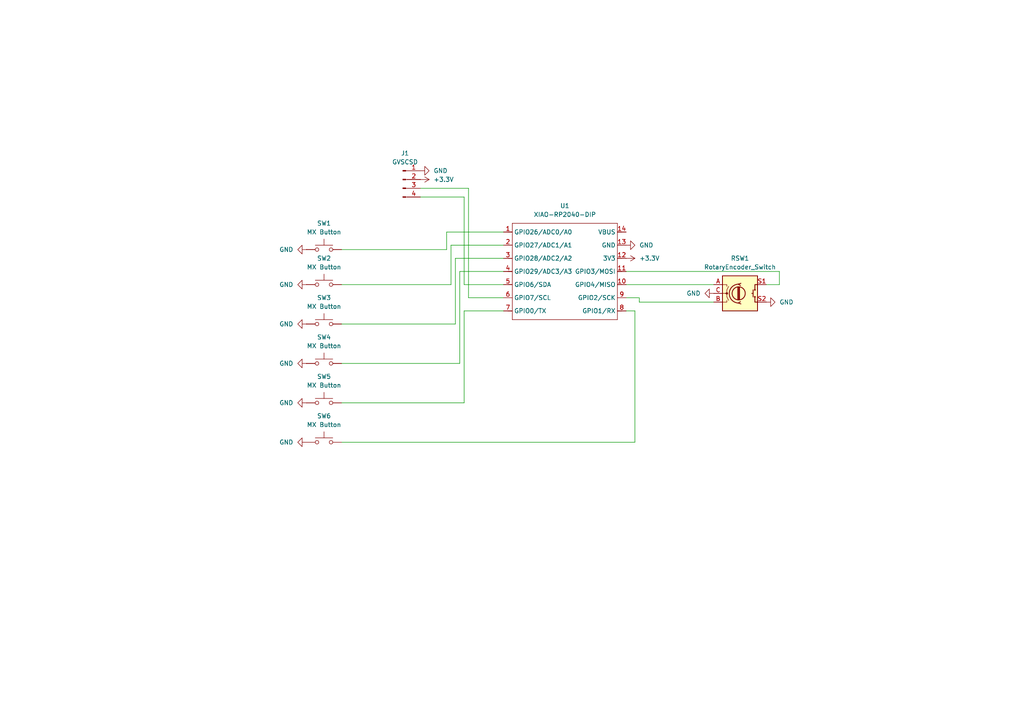
<source format=kicad_sch>
(kicad_sch
	(version 20250114)
	(generator "eeschema")
	(generator_version "9.0")
	(uuid "dbf90485-faf8-4ecd-bd74-4f285b8394e5")
	(paper "A4")
	(lib_symbols
		(symbol "Connector:Conn_01x04_Pin"
			(pin_names
				(offset 1.016)
				(hide yes)
			)
			(exclude_from_sim no)
			(in_bom yes)
			(on_board yes)
			(property "Reference" "J"
				(at 0 5.08 0)
				(effects
					(font
						(size 1.27 1.27)
					)
				)
			)
			(property "Value" "Conn_01x04_Pin"
				(at 0 -7.62 0)
				(effects
					(font
						(size 1.27 1.27)
					)
				)
			)
			(property "Footprint" ""
				(at 0 0 0)
				(effects
					(font
						(size 1.27 1.27)
					)
					(hide yes)
				)
			)
			(property "Datasheet" "~"
				(at 0 0 0)
				(effects
					(font
						(size 1.27 1.27)
					)
					(hide yes)
				)
			)
			(property "Description" "Generic connector, single row, 01x04, script generated"
				(at 0 0 0)
				(effects
					(font
						(size 1.27 1.27)
					)
					(hide yes)
				)
			)
			(property "ki_locked" ""
				(at 0 0 0)
				(effects
					(font
						(size 1.27 1.27)
					)
				)
			)
			(property "ki_keywords" "connector"
				(at 0 0 0)
				(effects
					(font
						(size 1.27 1.27)
					)
					(hide yes)
				)
			)
			(property "ki_fp_filters" "Connector*:*_1x??_*"
				(at 0 0 0)
				(effects
					(font
						(size 1.27 1.27)
					)
					(hide yes)
				)
			)
			(symbol "Conn_01x04_Pin_1_1"
				(rectangle
					(start 0.8636 2.667)
					(end 0 2.413)
					(stroke
						(width 0.1524)
						(type default)
					)
					(fill
						(type outline)
					)
				)
				(rectangle
					(start 0.8636 0.127)
					(end 0 -0.127)
					(stroke
						(width 0.1524)
						(type default)
					)
					(fill
						(type outline)
					)
				)
				(rectangle
					(start 0.8636 -2.413)
					(end 0 -2.667)
					(stroke
						(width 0.1524)
						(type default)
					)
					(fill
						(type outline)
					)
				)
				(rectangle
					(start 0.8636 -4.953)
					(end 0 -5.207)
					(stroke
						(width 0.1524)
						(type default)
					)
					(fill
						(type outline)
					)
				)
				(polyline
					(pts
						(xy 1.27 2.54) (xy 0.8636 2.54)
					)
					(stroke
						(width 0.1524)
						(type default)
					)
					(fill
						(type none)
					)
				)
				(polyline
					(pts
						(xy 1.27 0) (xy 0.8636 0)
					)
					(stroke
						(width 0.1524)
						(type default)
					)
					(fill
						(type none)
					)
				)
				(polyline
					(pts
						(xy 1.27 -2.54) (xy 0.8636 -2.54)
					)
					(stroke
						(width 0.1524)
						(type default)
					)
					(fill
						(type none)
					)
				)
				(polyline
					(pts
						(xy 1.27 -5.08) (xy 0.8636 -5.08)
					)
					(stroke
						(width 0.1524)
						(type default)
					)
					(fill
						(type none)
					)
				)
				(pin passive line
					(at 5.08 2.54 180)
					(length 3.81)
					(name "Pin_1"
						(effects
							(font
								(size 1.27 1.27)
							)
						)
					)
					(number "1"
						(effects
							(font
								(size 1.27 1.27)
							)
						)
					)
				)
				(pin passive line
					(at 5.08 0 180)
					(length 3.81)
					(name "Pin_2"
						(effects
							(font
								(size 1.27 1.27)
							)
						)
					)
					(number "2"
						(effects
							(font
								(size 1.27 1.27)
							)
						)
					)
				)
				(pin passive line
					(at 5.08 -2.54 180)
					(length 3.81)
					(name "Pin_3"
						(effects
							(font
								(size 1.27 1.27)
							)
						)
					)
					(number "3"
						(effects
							(font
								(size 1.27 1.27)
							)
						)
					)
				)
				(pin passive line
					(at 5.08 -5.08 180)
					(length 3.81)
					(name "Pin_4"
						(effects
							(font
								(size 1.27 1.27)
							)
						)
					)
					(number "4"
						(effects
							(font
								(size 1.27 1.27)
							)
						)
					)
				)
			)
			(embedded_fonts no)
		)
		(symbol "Device:RotaryEncoder_Switch"
			(pin_names
				(offset 0.254)
				(hide yes)
			)
			(exclude_from_sim no)
			(in_bom yes)
			(on_board yes)
			(property "Reference" "SW"
				(at 0 6.604 0)
				(effects
					(font
						(size 1.27 1.27)
					)
				)
			)
			(property "Value" "RotaryEncoder_Switch"
				(at 0 -6.604 0)
				(effects
					(font
						(size 1.27 1.27)
					)
				)
			)
			(property "Footprint" ""
				(at -3.81 4.064 0)
				(effects
					(font
						(size 1.27 1.27)
					)
					(hide yes)
				)
			)
			(property "Datasheet" "~"
				(at 0 6.604 0)
				(effects
					(font
						(size 1.27 1.27)
					)
					(hide yes)
				)
			)
			(property "Description" "Rotary encoder, dual channel, incremental quadrate outputs, with switch"
				(at 0 0 0)
				(effects
					(font
						(size 1.27 1.27)
					)
					(hide yes)
				)
			)
			(property "ki_keywords" "rotary switch encoder switch push button"
				(at 0 0 0)
				(effects
					(font
						(size 1.27 1.27)
					)
					(hide yes)
				)
			)
			(property "ki_fp_filters" "RotaryEncoder*Switch*"
				(at 0 0 0)
				(effects
					(font
						(size 1.27 1.27)
					)
					(hide yes)
				)
			)
			(symbol "RotaryEncoder_Switch_0_1"
				(rectangle
					(start -5.08 5.08)
					(end 5.08 -5.08)
					(stroke
						(width 0.254)
						(type default)
					)
					(fill
						(type background)
					)
				)
				(polyline
					(pts
						(xy -5.08 2.54) (xy -3.81 2.54) (xy -3.81 2.032)
					)
					(stroke
						(width 0)
						(type default)
					)
					(fill
						(type none)
					)
				)
				(polyline
					(pts
						(xy -5.08 0) (xy -3.81 0) (xy -3.81 -1.016) (xy -3.302 -2.032)
					)
					(stroke
						(width 0)
						(type default)
					)
					(fill
						(type none)
					)
				)
				(polyline
					(pts
						(xy -5.08 -2.54) (xy -3.81 -2.54) (xy -3.81 -2.032)
					)
					(stroke
						(width 0)
						(type default)
					)
					(fill
						(type none)
					)
				)
				(polyline
					(pts
						(xy -4.318 0) (xy -3.81 0) (xy -3.81 1.016) (xy -3.302 2.032)
					)
					(stroke
						(width 0)
						(type default)
					)
					(fill
						(type none)
					)
				)
				(circle
					(center -3.81 0)
					(radius 0.254)
					(stroke
						(width 0)
						(type default)
					)
					(fill
						(type outline)
					)
				)
				(polyline
					(pts
						(xy -0.635 -1.778) (xy -0.635 1.778)
					)
					(stroke
						(width 0.254)
						(type default)
					)
					(fill
						(type none)
					)
				)
				(circle
					(center -0.381 0)
					(radius 1.905)
					(stroke
						(width 0.254)
						(type default)
					)
					(fill
						(type none)
					)
				)
				(polyline
					(pts
						(xy -0.381 -1.778) (xy -0.381 1.778)
					)
					(stroke
						(width 0.254)
						(type default)
					)
					(fill
						(type none)
					)
				)
				(arc
					(start -0.381 -2.794)
					(mid -3.0988 -0.0635)
					(end -0.381 2.667)
					(stroke
						(width 0.254)
						(type default)
					)
					(fill
						(type none)
					)
				)
				(polyline
					(pts
						(xy -0.127 1.778) (xy -0.127 -1.778)
					)
					(stroke
						(width 0.254)
						(type default)
					)
					(fill
						(type none)
					)
				)
				(polyline
					(pts
						(xy 0.254 2.921) (xy -0.508 2.667) (xy 0.127 2.286)
					)
					(stroke
						(width 0.254)
						(type default)
					)
					(fill
						(type none)
					)
				)
				(polyline
					(pts
						(xy 0.254 -3.048) (xy -0.508 -2.794) (xy 0.127 -2.413)
					)
					(stroke
						(width 0.254)
						(type default)
					)
					(fill
						(type none)
					)
				)
				(polyline
					(pts
						(xy 3.81 1.016) (xy 3.81 -1.016)
					)
					(stroke
						(width 0.254)
						(type default)
					)
					(fill
						(type none)
					)
				)
				(polyline
					(pts
						(xy 3.81 0) (xy 3.429 0)
					)
					(stroke
						(width 0.254)
						(type default)
					)
					(fill
						(type none)
					)
				)
				(circle
					(center 4.318 1.016)
					(radius 0.127)
					(stroke
						(width 0.254)
						(type default)
					)
					(fill
						(type none)
					)
				)
				(circle
					(center 4.318 -1.016)
					(radius 0.127)
					(stroke
						(width 0.254)
						(type default)
					)
					(fill
						(type none)
					)
				)
				(polyline
					(pts
						(xy 5.08 2.54) (xy 4.318 2.54) (xy 4.318 1.016)
					)
					(stroke
						(width 0.254)
						(type default)
					)
					(fill
						(type none)
					)
				)
				(polyline
					(pts
						(xy 5.08 -2.54) (xy 4.318 -2.54) (xy 4.318 -1.016)
					)
					(stroke
						(width 0.254)
						(type default)
					)
					(fill
						(type none)
					)
				)
			)
			(symbol "RotaryEncoder_Switch_1_1"
				(pin passive line
					(at -7.62 2.54 0)
					(length 2.54)
					(name "A"
						(effects
							(font
								(size 1.27 1.27)
							)
						)
					)
					(number "A"
						(effects
							(font
								(size 1.27 1.27)
							)
						)
					)
				)
				(pin passive line
					(at -7.62 0 0)
					(length 2.54)
					(name "C"
						(effects
							(font
								(size 1.27 1.27)
							)
						)
					)
					(number "C"
						(effects
							(font
								(size 1.27 1.27)
							)
						)
					)
				)
				(pin passive line
					(at -7.62 -2.54 0)
					(length 2.54)
					(name "B"
						(effects
							(font
								(size 1.27 1.27)
							)
						)
					)
					(number "B"
						(effects
							(font
								(size 1.27 1.27)
							)
						)
					)
				)
				(pin passive line
					(at 7.62 2.54 180)
					(length 2.54)
					(name "S1"
						(effects
							(font
								(size 1.27 1.27)
							)
						)
					)
					(number "S1"
						(effects
							(font
								(size 1.27 1.27)
							)
						)
					)
				)
				(pin passive line
					(at 7.62 -2.54 180)
					(length 2.54)
					(name "S2"
						(effects
							(font
								(size 1.27 1.27)
							)
						)
					)
					(number "S2"
						(effects
							(font
								(size 1.27 1.27)
							)
						)
					)
				)
			)
			(embedded_fonts no)
		)
		(symbol "OPL:XIAO-RP2040-DIP"
			(exclude_from_sim no)
			(in_bom yes)
			(on_board yes)
			(property "Reference" "U"
				(at 0 0 0)
				(effects
					(font
						(size 1.27 1.27)
					)
				)
			)
			(property "Value" "XIAO-RP2040-DIP"
				(at 5.334 -1.778 0)
				(effects
					(font
						(size 1.27 1.27)
					)
				)
			)
			(property "Footprint" "Module:MOUDLE14P-XIAO-DIP-SMD"
				(at 14.478 -32.258 0)
				(effects
					(font
						(size 1.27 1.27)
					)
					(hide yes)
				)
			)
			(property "Datasheet" ""
				(at 0 0 0)
				(effects
					(font
						(size 1.27 1.27)
					)
					(hide yes)
				)
			)
			(property "Description" ""
				(at 0 0 0)
				(effects
					(font
						(size 1.27 1.27)
					)
					(hide yes)
				)
			)
			(symbol "XIAO-RP2040-DIP_1_0"
				(polyline
					(pts
						(xy -1.27 -2.54) (xy 29.21 -2.54)
					)
					(stroke
						(width 0.1524)
						(type solid)
					)
					(fill
						(type none)
					)
				)
				(polyline
					(pts
						(xy -1.27 -5.08) (xy -2.54 -5.08)
					)
					(stroke
						(width 0.1524)
						(type solid)
					)
					(fill
						(type none)
					)
				)
				(polyline
					(pts
						(xy -1.27 -5.08) (xy -1.27 -2.54)
					)
					(stroke
						(width 0.1524)
						(type solid)
					)
					(fill
						(type none)
					)
				)
				(polyline
					(pts
						(xy -1.27 -8.89) (xy -2.54 -8.89)
					)
					(stroke
						(width 0.1524)
						(type solid)
					)
					(fill
						(type none)
					)
				)
				(polyline
					(pts
						(xy -1.27 -8.89) (xy -1.27 -5.08)
					)
					(stroke
						(width 0.1524)
						(type solid)
					)
					(fill
						(type none)
					)
				)
				(polyline
					(pts
						(xy -1.27 -12.7) (xy -2.54 -12.7)
					)
					(stroke
						(width 0.1524)
						(type solid)
					)
					(fill
						(type none)
					)
				)
				(polyline
					(pts
						(xy -1.27 -12.7) (xy -1.27 -8.89)
					)
					(stroke
						(width 0.1524)
						(type solid)
					)
					(fill
						(type none)
					)
				)
				(polyline
					(pts
						(xy -1.27 -16.51) (xy -2.54 -16.51)
					)
					(stroke
						(width 0.1524)
						(type solid)
					)
					(fill
						(type none)
					)
				)
				(polyline
					(pts
						(xy -1.27 -16.51) (xy -1.27 -12.7)
					)
					(stroke
						(width 0.1524)
						(type solid)
					)
					(fill
						(type none)
					)
				)
				(polyline
					(pts
						(xy -1.27 -20.32) (xy -2.54 -20.32)
					)
					(stroke
						(width 0.1524)
						(type solid)
					)
					(fill
						(type none)
					)
				)
				(polyline
					(pts
						(xy -1.27 -24.13) (xy -2.54 -24.13)
					)
					(stroke
						(width 0.1524)
						(type solid)
					)
					(fill
						(type none)
					)
				)
				(polyline
					(pts
						(xy -1.27 -27.94) (xy -2.54 -27.94)
					)
					(stroke
						(width 0.1524)
						(type solid)
					)
					(fill
						(type none)
					)
				)
				(polyline
					(pts
						(xy -1.27 -30.48) (xy -1.27 -16.51)
					)
					(stroke
						(width 0.1524)
						(type solid)
					)
					(fill
						(type none)
					)
				)
				(polyline
					(pts
						(xy 29.21 -2.54) (xy 29.21 -5.08)
					)
					(stroke
						(width 0.1524)
						(type solid)
					)
					(fill
						(type none)
					)
				)
				(polyline
					(pts
						(xy 29.21 -5.08) (xy 29.21 -8.89)
					)
					(stroke
						(width 0.1524)
						(type solid)
					)
					(fill
						(type none)
					)
				)
				(polyline
					(pts
						(xy 29.21 -8.89) (xy 29.21 -12.7)
					)
					(stroke
						(width 0.1524)
						(type solid)
					)
					(fill
						(type none)
					)
				)
				(polyline
					(pts
						(xy 29.21 -12.7) (xy 29.21 -30.48)
					)
					(stroke
						(width 0.1524)
						(type solid)
					)
					(fill
						(type none)
					)
				)
				(polyline
					(pts
						(xy 29.21 -30.48) (xy -1.27 -30.48)
					)
					(stroke
						(width 0.1524)
						(type solid)
					)
					(fill
						(type none)
					)
				)
				(polyline
					(pts
						(xy 30.48 -5.08) (xy 29.21 -5.08)
					)
					(stroke
						(width 0.1524)
						(type solid)
					)
					(fill
						(type none)
					)
				)
				(polyline
					(pts
						(xy 30.48 -8.89) (xy 29.21 -8.89)
					)
					(stroke
						(width 0.1524)
						(type solid)
					)
					(fill
						(type none)
					)
				)
				(polyline
					(pts
						(xy 30.48 -12.7) (xy 29.21 -12.7)
					)
					(stroke
						(width 0.1524)
						(type solid)
					)
					(fill
						(type none)
					)
				)
				(polyline
					(pts
						(xy 30.48 -16.51) (xy 29.21 -16.51)
					)
					(stroke
						(width 0.1524)
						(type solid)
					)
					(fill
						(type none)
					)
				)
				(polyline
					(pts
						(xy 30.48 -20.32) (xy 29.21 -20.32)
					)
					(stroke
						(width 0.1524)
						(type solid)
					)
					(fill
						(type none)
					)
				)
				(polyline
					(pts
						(xy 30.48 -24.13) (xy 29.21 -24.13)
					)
					(stroke
						(width 0.1524)
						(type solid)
					)
					(fill
						(type none)
					)
				)
				(polyline
					(pts
						(xy 30.48 -27.94) (xy 29.21 -27.94)
					)
					(stroke
						(width 0.1524)
						(type solid)
					)
					(fill
						(type none)
					)
				)
				(pin passive line
					(at -3.81 -5.08 0)
					(length 2.54)
					(name "GPIO26/ADC0/A0"
						(effects
							(font
								(size 1.27 1.27)
							)
						)
					)
					(number "1"
						(effects
							(font
								(size 1.27 1.27)
							)
						)
					)
				)
				(pin passive line
					(at -3.81 -8.89 0)
					(length 2.54)
					(name "GPIO27/ADC1/A1"
						(effects
							(font
								(size 1.27 1.27)
							)
						)
					)
					(number "2"
						(effects
							(font
								(size 1.27 1.27)
							)
						)
					)
				)
				(pin passive line
					(at -3.81 -12.7 0)
					(length 2.54)
					(name "GPIO28/ADC2/A2"
						(effects
							(font
								(size 1.27 1.27)
							)
						)
					)
					(number "3"
						(effects
							(font
								(size 1.27 1.27)
							)
						)
					)
				)
				(pin passive line
					(at -3.81 -16.51 0)
					(length 2.54)
					(name "GPIO29/ADC3/A3"
						(effects
							(font
								(size 1.27 1.27)
							)
						)
					)
					(number "4"
						(effects
							(font
								(size 1.27 1.27)
							)
						)
					)
				)
				(pin passive line
					(at -3.81 -20.32 0)
					(length 2.54)
					(name "GPIO6/SDA"
						(effects
							(font
								(size 1.27 1.27)
							)
						)
					)
					(number "5"
						(effects
							(font
								(size 1.27 1.27)
							)
						)
					)
				)
				(pin passive line
					(at -3.81 -24.13 0)
					(length 2.54)
					(name "GPIO7/SCL"
						(effects
							(font
								(size 1.27 1.27)
							)
						)
					)
					(number "6"
						(effects
							(font
								(size 1.27 1.27)
							)
						)
					)
				)
				(pin passive line
					(at -3.81 -27.94 0)
					(length 2.54)
					(name "GPIO0/TX"
						(effects
							(font
								(size 1.27 1.27)
							)
						)
					)
					(number "7"
						(effects
							(font
								(size 1.27 1.27)
							)
						)
					)
				)
				(pin passive line
					(at 31.75 -5.08 180)
					(length 2.54)
					(name "VBUS"
						(effects
							(font
								(size 1.27 1.27)
							)
						)
					)
					(number "14"
						(effects
							(font
								(size 1.27 1.27)
							)
						)
					)
				)
				(pin passive line
					(at 31.75 -8.89 180)
					(length 2.54)
					(name "GND"
						(effects
							(font
								(size 1.27 1.27)
							)
						)
					)
					(number "13"
						(effects
							(font
								(size 1.27 1.27)
							)
						)
					)
				)
				(pin passive line
					(at 31.75 -12.7 180)
					(length 2.54)
					(name "3V3"
						(effects
							(font
								(size 1.27 1.27)
							)
						)
					)
					(number "12"
						(effects
							(font
								(size 1.27 1.27)
							)
						)
					)
				)
				(pin passive line
					(at 31.75 -16.51 180)
					(length 2.54)
					(name "GPIO3/MOSI"
						(effects
							(font
								(size 1.27 1.27)
							)
						)
					)
					(number "11"
						(effects
							(font
								(size 1.27 1.27)
							)
						)
					)
				)
				(pin passive line
					(at 31.75 -20.32 180)
					(length 2.54)
					(name "GPIO4/MISO"
						(effects
							(font
								(size 1.27 1.27)
							)
						)
					)
					(number "10"
						(effects
							(font
								(size 1.27 1.27)
							)
						)
					)
				)
				(pin passive line
					(at 31.75 -24.13 180)
					(length 2.54)
					(name "GPIO2/SCK"
						(effects
							(font
								(size 1.27 1.27)
							)
						)
					)
					(number "9"
						(effects
							(font
								(size 1.27 1.27)
							)
						)
					)
				)
				(pin passive line
					(at 31.75 -27.94 180)
					(length 2.54)
					(name "GPIO1/RX"
						(effects
							(font
								(size 1.27 1.27)
							)
						)
					)
					(number "8"
						(effects
							(font
								(size 1.27 1.27)
							)
						)
					)
				)
			)
			(embedded_fonts no)
		)
		(symbol "Switch:SW_Push"
			(pin_numbers
				(hide yes)
			)
			(pin_names
				(offset 1.016)
				(hide yes)
			)
			(exclude_from_sim no)
			(in_bom yes)
			(on_board yes)
			(property "Reference" "SW"
				(at 1.27 2.54 0)
				(effects
					(font
						(size 1.27 1.27)
					)
					(justify left)
				)
			)
			(property "Value" "SW_Push"
				(at 0 -1.524 0)
				(effects
					(font
						(size 1.27 1.27)
					)
				)
			)
			(property "Footprint" ""
				(at 0 5.08 0)
				(effects
					(font
						(size 1.27 1.27)
					)
					(hide yes)
				)
			)
			(property "Datasheet" "~"
				(at 0 5.08 0)
				(effects
					(font
						(size 1.27 1.27)
					)
					(hide yes)
				)
			)
			(property "Description" "Push button switch, generic, two pins"
				(at 0 0 0)
				(effects
					(font
						(size 1.27 1.27)
					)
					(hide yes)
				)
			)
			(property "ki_keywords" "switch normally-open pushbutton push-button"
				(at 0 0 0)
				(effects
					(font
						(size 1.27 1.27)
					)
					(hide yes)
				)
			)
			(symbol "SW_Push_0_1"
				(circle
					(center -2.032 0)
					(radius 0.508)
					(stroke
						(width 0)
						(type default)
					)
					(fill
						(type none)
					)
				)
				(polyline
					(pts
						(xy 0 1.27) (xy 0 3.048)
					)
					(stroke
						(width 0)
						(type default)
					)
					(fill
						(type none)
					)
				)
				(circle
					(center 2.032 0)
					(radius 0.508)
					(stroke
						(width 0)
						(type default)
					)
					(fill
						(type none)
					)
				)
				(polyline
					(pts
						(xy 2.54 1.27) (xy -2.54 1.27)
					)
					(stroke
						(width 0)
						(type default)
					)
					(fill
						(type none)
					)
				)
				(pin passive line
					(at -5.08 0 0)
					(length 2.54)
					(name "1"
						(effects
							(font
								(size 1.27 1.27)
							)
						)
					)
					(number "1"
						(effects
							(font
								(size 1.27 1.27)
							)
						)
					)
				)
				(pin passive line
					(at 5.08 0 180)
					(length 2.54)
					(name "2"
						(effects
							(font
								(size 1.27 1.27)
							)
						)
					)
					(number "2"
						(effects
							(font
								(size 1.27 1.27)
							)
						)
					)
				)
			)
			(embedded_fonts no)
		)
		(symbol "power:+3.3V"
			(power)
			(pin_numbers
				(hide yes)
			)
			(pin_names
				(offset 0)
				(hide yes)
			)
			(exclude_from_sim no)
			(in_bom yes)
			(on_board yes)
			(property "Reference" "#PWR"
				(at 0 -3.81 0)
				(effects
					(font
						(size 1.27 1.27)
					)
					(hide yes)
				)
			)
			(property "Value" "+3.3V"
				(at 0 3.556 0)
				(effects
					(font
						(size 1.27 1.27)
					)
				)
			)
			(property "Footprint" ""
				(at 0 0 0)
				(effects
					(font
						(size 1.27 1.27)
					)
					(hide yes)
				)
			)
			(property "Datasheet" ""
				(at 0 0 0)
				(effects
					(font
						(size 1.27 1.27)
					)
					(hide yes)
				)
			)
			(property "Description" "Power symbol creates a global label with name \"+3.3V\""
				(at 0 0 0)
				(effects
					(font
						(size 1.27 1.27)
					)
					(hide yes)
				)
			)
			(property "ki_keywords" "global power"
				(at 0 0 0)
				(effects
					(font
						(size 1.27 1.27)
					)
					(hide yes)
				)
			)
			(symbol "+3.3V_0_1"
				(polyline
					(pts
						(xy -0.762 1.27) (xy 0 2.54)
					)
					(stroke
						(width 0)
						(type default)
					)
					(fill
						(type none)
					)
				)
				(polyline
					(pts
						(xy 0 2.54) (xy 0.762 1.27)
					)
					(stroke
						(width 0)
						(type default)
					)
					(fill
						(type none)
					)
				)
				(polyline
					(pts
						(xy 0 0) (xy 0 2.54)
					)
					(stroke
						(width 0)
						(type default)
					)
					(fill
						(type none)
					)
				)
			)
			(symbol "+3.3V_1_1"
				(pin power_in line
					(at 0 0 90)
					(length 0)
					(name "~"
						(effects
							(font
								(size 1.27 1.27)
							)
						)
					)
					(number "1"
						(effects
							(font
								(size 1.27 1.27)
							)
						)
					)
				)
			)
			(embedded_fonts no)
		)
		(symbol "power:GND"
			(power)
			(pin_numbers
				(hide yes)
			)
			(pin_names
				(offset 0)
				(hide yes)
			)
			(exclude_from_sim no)
			(in_bom yes)
			(on_board yes)
			(property "Reference" "#PWR"
				(at 0 -6.35 0)
				(effects
					(font
						(size 1.27 1.27)
					)
					(hide yes)
				)
			)
			(property "Value" "GND"
				(at 0 -3.81 0)
				(effects
					(font
						(size 1.27 1.27)
					)
				)
			)
			(property "Footprint" ""
				(at 0 0 0)
				(effects
					(font
						(size 1.27 1.27)
					)
					(hide yes)
				)
			)
			(property "Datasheet" ""
				(at 0 0 0)
				(effects
					(font
						(size 1.27 1.27)
					)
					(hide yes)
				)
			)
			(property "Description" "Power symbol creates a global label with name \"GND\" , ground"
				(at 0 0 0)
				(effects
					(font
						(size 1.27 1.27)
					)
					(hide yes)
				)
			)
			(property "ki_keywords" "global power"
				(at 0 0 0)
				(effects
					(font
						(size 1.27 1.27)
					)
					(hide yes)
				)
			)
			(symbol "GND_0_1"
				(polyline
					(pts
						(xy 0 0) (xy 0 -1.27) (xy 1.27 -1.27) (xy 0 -2.54) (xy -1.27 -1.27) (xy 0 -1.27)
					)
					(stroke
						(width 0)
						(type default)
					)
					(fill
						(type none)
					)
				)
			)
			(symbol "GND_1_1"
				(pin power_in line
					(at 0 0 270)
					(length 0)
					(name "~"
						(effects
							(font
								(size 1.27 1.27)
							)
						)
					)
					(number "1"
						(effects
							(font
								(size 1.27 1.27)
							)
						)
					)
				)
			)
			(embedded_fonts no)
		)
	)
	(wire
		(pts
			(xy 99.06 93.98) (xy 132.08 93.98)
		)
		(stroke
			(width 0)
			(type default)
		)
		(uuid "00bffc48-5f5a-4885-9b63-7780896e7988")
	)
	(wire
		(pts
			(xy 134.62 90.17) (xy 146.05 90.17)
		)
		(stroke
			(width 0)
			(type default)
		)
		(uuid "0100cfc9-c555-464b-953d-5d933bdd8ebc")
	)
	(wire
		(pts
			(xy 222.25 82.55) (xy 226.06 82.55)
		)
		(stroke
			(width 0)
			(type default)
		)
		(uuid "1d57045a-5df4-4b37-81e6-753b8ad2890e")
	)
	(wire
		(pts
			(xy 226.06 82.55) (xy 226.06 78.74)
		)
		(stroke
			(width 0)
			(type default)
		)
		(uuid "2a6dd6cd-0b92-4cd2-b856-61e53b4a5a01")
	)
	(wire
		(pts
			(xy 99.06 105.41) (xy 133.35 105.41)
		)
		(stroke
			(width 0)
			(type default)
		)
		(uuid "2caeae5c-9795-4540-856f-63fd0412b727")
	)
	(wire
		(pts
			(xy 185.42 86.36) (xy 181.61 86.36)
		)
		(stroke
			(width 0)
			(type default)
		)
		(uuid "307232f2-9cf4-401f-bd54-0c6960d57b93")
	)
	(wire
		(pts
			(xy 181.61 82.55) (xy 207.01 82.55)
		)
		(stroke
			(width 0)
			(type default)
		)
		(uuid "3499b94a-c5b4-460f-9e17-44b8043cb534")
	)
	(wire
		(pts
			(xy 133.35 78.74) (xy 146.05 78.74)
		)
		(stroke
			(width 0)
			(type default)
		)
		(uuid "3aee8b6d-8525-4104-b661-1885d11e3c4f")
	)
	(wire
		(pts
			(xy 130.81 71.12) (xy 146.05 71.12)
		)
		(stroke
			(width 0)
			(type default)
		)
		(uuid "40cf0c39-8fb8-484a-ac6d-6f9923821fdd")
	)
	(wire
		(pts
			(xy 132.08 74.93) (xy 146.05 74.93)
		)
		(stroke
			(width 0)
			(type default)
		)
		(uuid "44b3c0a1-9e6e-4dd0-9a7d-8bfee194ddfb")
	)
	(wire
		(pts
			(xy 226.06 78.74) (xy 181.61 78.74)
		)
		(stroke
			(width 0)
			(type default)
		)
		(uuid "5012f31c-6fc5-4f72-a210-21e44034148a")
	)
	(wire
		(pts
			(xy 130.81 82.55) (xy 130.81 71.12)
		)
		(stroke
			(width 0)
			(type default)
		)
		(uuid "5d00c0d6-5499-4f5c-ab9d-14c6ccd5e1d0")
	)
	(wire
		(pts
			(xy 134.62 57.15) (xy 134.62 82.55)
		)
		(stroke
			(width 0)
			(type default)
		)
		(uuid "6f0f8275-1d6b-4315-add5-3b5d0e2f553e")
	)
	(wire
		(pts
			(xy 134.62 82.55) (xy 146.05 82.55)
		)
		(stroke
			(width 0)
			(type default)
		)
		(uuid "7420aea3-9aba-436f-8a79-74f92740ef9f")
	)
	(wire
		(pts
			(xy 121.92 57.15) (xy 134.62 57.15)
		)
		(stroke
			(width 0)
			(type default)
		)
		(uuid "7602db05-a95c-41d2-a43b-b8c9660e8b1f")
	)
	(wire
		(pts
			(xy 184.15 90.17) (xy 181.61 90.17)
		)
		(stroke
			(width 0)
			(type default)
		)
		(uuid "77b210e4-e48a-4eb5-8310-257ccd74c2c7")
	)
	(wire
		(pts
			(xy 129.54 67.31) (xy 146.05 67.31)
		)
		(stroke
			(width 0)
			(type default)
		)
		(uuid "7b9f05e0-5fb2-4614-9b1e-693d0d5ea7f2")
	)
	(wire
		(pts
			(xy 129.54 72.39) (xy 129.54 67.31)
		)
		(stroke
			(width 0)
			(type default)
		)
		(uuid "7df0d886-6b17-4588-bf3e-d714f43a0dad")
	)
	(wire
		(pts
			(xy 99.06 128.27) (xy 184.15 128.27)
		)
		(stroke
			(width 0)
			(type default)
		)
		(uuid "86a92cbf-10b3-4af7-8d45-53b7ec47d990")
	)
	(wire
		(pts
			(xy 207.01 87.63) (xy 185.42 87.63)
		)
		(stroke
			(width 0)
			(type default)
		)
		(uuid "94ef3c77-0497-46ff-ae33-a2f707867ec5")
	)
	(wire
		(pts
			(xy 99.06 82.55) (xy 130.81 82.55)
		)
		(stroke
			(width 0)
			(type default)
		)
		(uuid "a6d36627-2f11-4327-afdb-4587fb917f07")
	)
	(wire
		(pts
			(xy 99.06 72.39) (xy 129.54 72.39)
		)
		(stroke
			(width 0)
			(type default)
		)
		(uuid "ab841751-91a3-4f63-b1b9-d4fa27b4e512")
	)
	(wire
		(pts
			(xy 134.62 116.84) (xy 134.62 90.17)
		)
		(stroke
			(width 0)
			(type default)
		)
		(uuid "b40c01a4-9a50-4421-831f-a743c69a4004")
	)
	(wire
		(pts
			(xy 135.89 54.61) (xy 135.89 86.36)
		)
		(stroke
			(width 0)
			(type default)
		)
		(uuid "cdd49cb7-2ae3-404f-9835-ad0e1d59e4d9")
	)
	(wire
		(pts
			(xy 99.06 116.84) (xy 134.62 116.84)
		)
		(stroke
			(width 0)
			(type default)
		)
		(uuid "da701996-4274-4005-b9f2-4a82763d8d39")
	)
	(wire
		(pts
			(xy 133.35 105.41) (xy 133.35 78.74)
		)
		(stroke
			(width 0)
			(type default)
		)
		(uuid "df8537c7-ffa0-4725-9743-a2c0e907bf2e")
	)
	(wire
		(pts
			(xy 185.42 87.63) (xy 185.42 86.36)
		)
		(stroke
			(width 0)
			(type default)
		)
		(uuid "e0f7c64a-61cb-4d24-a0fc-23538e269c8d")
	)
	(wire
		(pts
			(xy 132.08 93.98) (xy 132.08 74.93)
		)
		(stroke
			(width 0)
			(type default)
		)
		(uuid "e92647a1-9e9f-437a-b3c2-4218edf6c86f")
	)
	(wire
		(pts
			(xy 184.15 128.27) (xy 184.15 90.17)
		)
		(stroke
			(width 0)
			(type default)
		)
		(uuid "ec273ca7-a26c-4572-849b-dac05524e32d")
	)
	(wire
		(pts
			(xy 135.89 86.36) (xy 146.05 86.36)
		)
		(stroke
			(width 0)
			(type default)
		)
		(uuid "f534ec9a-2086-4867-bebe-ca43d1b7e462")
	)
	(wire
		(pts
			(xy 121.92 54.61) (xy 135.89 54.61)
		)
		(stroke
			(width 0)
			(type default)
		)
		(uuid "ffac7f99-fe3b-4dd4-92b3-ef95799db000")
	)
	(symbol
		(lib_id "Switch:SW_Push")
		(at 93.98 82.55 0)
		(unit 1)
		(exclude_from_sim no)
		(in_bom yes)
		(on_board yes)
		(dnp no)
		(fields_autoplaced yes)
		(uuid "09af7c6a-f69a-47aa-8f87-cc62ae3e9085")
		(property "Reference" "SW2"
			(at 93.98 74.93 0)
			(effects
				(font
					(size 1.27 1.27)
				)
			)
		)
		(property "Value" "MX Button"
			(at 93.98 77.47 0)
			(effects
				(font
					(size 1.27 1.27)
				)
			)
		)
		(property "Footprint" "Button_Switch_Keyboard:SW_Cherry_MX_1.00u_PCB"
			(at 93.98 77.47 0)
			(effects
				(font
					(size 1.27 1.27)
				)
				(hide yes)
			)
		)
		(property "Datasheet" "~"
			(at 93.98 77.47 0)
			(effects
				(font
					(size 1.27 1.27)
				)
				(hide yes)
			)
		)
		(property "Description" "Push button switch, generic, two pins"
			(at 93.98 82.55 0)
			(effects
				(font
					(size 1.27 1.27)
				)
				(hide yes)
			)
		)
		(pin "1"
			(uuid "546473d6-750e-4e75-8948-a0f4a92242af")
		)
		(pin "2"
			(uuid "d2f933fe-5990-46c7-8c8e-4bdb6c3cd2ff")
		)
		(instances
			(project "hackpad"
				(path "/dbf90485-faf8-4ecd-bd74-4f285b8394e5"
					(reference "SW2")
					(unit 1)
				)
			)
		)
	)
	(symbol
		(lib_id "power:GND")
		(at 207.01 85.09 270)
		(unit 1)
		(exclude_from_sim no)
		(in_bom yes)
		(on_board yes)
		(dnp no)
		(fields_autoplaced yes)
		(uuid "0f584fd1-cdde-415e-a25f-48ddeba5fc86")
		(property "Reference" "#PWR012"
			(at 200.66 85.09 0)
			(effects
				(font
					(size 1.27 1.27)
				)
				(hide yes)
			)
		)
		(property "Value" "GND"
			(at 203.2 85.0899 90)
			(effects
				(font
					(size 1.27 1.27)
				)
				(justify right)
			)
		)
		(property "Footprint" ""
			(at 207.01 85.09 0)
			(effects
				(font
					(size 1.27 1.27)
				)
				(hide yes)
			)
		)
		(property "Datasheet" ""
			(at 207.01 85.09 0)
			(effects
				(font
					(size 1.27 1.27)
				)
				(hide yes)
			)
		)
		(property "Description" "Power symbol creates a global label with name \"GND\" , ground"
			(at 207.01 85.09 0)
			(effects
				(font
					(size 1.27 1.27)
				)
				(hide yes)
			)
		)
		(pin "1"
			(uuid "383de655-5eda-4bf7-bbb7-e9d4b446b764")
		)
		(instances
			(project ""
				(path "/dbf90485-faf8-4ecd-bd74-4f285b8394e5"
					(reference "#PWR012")
					(unit 1)
				)
			)
		)
	)
	(symbol
		(lib_id "power:+3.3V")
		(at 181.61 74.93 270)
		(unit 1)
		(exclude_from_sim no)
		(in_bom yes)
		(on_board yes)
		(dnp no)
		(fields_autoplaced yes)
		(uuid "18cb4ab3-19bc-4329-a76a-b2f9c49ec550")
		(property "Reference" "#PWR01"
			(at 177.8 74.93 0)
			(effects
				(font
					(size 1.27 1.27)
				)
				(hide yes)
			)
		)
		(property "Value" "+3.3V"
			(at 185.42 74.9299 90)
			(effects
				(font
					(size 1.27 1.27)
				)
				(justify left)
			)
		)
		(property "Footprint" ""
			(at 181.61 74.93 0)
			(effects
				(font
					(size 1.27 1.27)
				)
				(hide yes)
			)
		)
		(property "Datasheet" ""
			(at 181.61 74.93 0)
			(effects
				(font
					(size 1.27 1.27)
				)
				(hide yes)
			)
		)
		(property "Description" "Power symbol creates a global label with name \"+3.3V\""
			(at 181.61 74.93 0)
			(effects
				(font
					(size 1.27 1.27)
				)
				(hide yes)
			)
		)
		(pin "1"
			(uuid "23288b99-1039-476f-990e-c08ad107647c")
		)
		(instances
			(project ""
				(path "/dbf90485-faf8-4ecd-bd74-4f285b8394e5"
					(reference "#PWR01")
					(unit 1)
				)
			)
		)
	)
	(symbol
		(lib_id "power:GND")
		(at 88.9 128.27 270)
		(unit 1)
		(exclude_from_sim no)
		(in_bom yes)
		(on_board yes)
		(dnp no)
		(fields_autoplaced yes)
		(uuid "4ecf9b0f-7ee7-4934-b435-d20e18471719")
		(property "Reference" "#PWR05"
			(at 82.55 128.27 0)
			(effects
				(font
					(size 1.27 1.27)
				)
				(hide yes)
			)
		)
		(property "Value" "GND"
			(at 85.09 128.2699 90)
			(effects
				(font
					(size 1.27 1.27)
				)
				(justify right)
			)
		)
		(property "Footprint" ""
			(at 88.9 128.27 0)
			(effects
				(font
					(size 1.27 1.27)
				)
				(hide yes)
			)
		)
		(property "Datasheet" ""
			(at 88.9 128.27 0)
			(effects
				(font
					(size 1.27 1.27)
				)
				(hide yes)
			)
		)
		(property "Description" "Power symbol creates a global label with name \"GND\" , ground"
			(at 88.9 128.27 0)
			(effects
				(font
					(size 1.27 1.27)
				)
				(hide yes)
			)
		)
		(pin "1"
			(uuid "448fb4a3-8431-424b-98d0-389d945ac56b")
		)
		(instances
			(project ""
				(path "/dbf90485-faf8-4ecd-bd74-4f285b8394e5"
					(reference "#PWR05")
					(unit 1)
				)
			)
		)
	)
	(symbol
		(lib_id "power:GND")
		(at 88.9 72.39 270)
		(unit 1)
		(exclude_from_sim no)
		(in_bom yes)
		(on_board yes)
		(dnp no)
		(fields_autoplaced yes)
		(uuid "4f93fe67-29cb-4ea6-b86c-0f80c14fd87a")
		(property "Reference" "#PWR010"
			(at 82.55 72.39 0)
			(effects
				(font
					(size 1.27 1.27)
				)
				(hide yes)
			)
		)
		(property "Value" "GND"
			(at 85.09 72.3899 90)
			(effects
				(font
					(size 1.27 1.27)
				)
				(justify right)
			)
		)
		(property "Footprint" ""
			(at 88.9 72.39 0)
			(effects
				(font
					(size 1.27 1.27)
				)
				(hide yes)
			)
		)
		(property "Datasheet" ""
			(at 88.9 72.39 0)
			(effects
				(font
					(size 1.27 1.27)
				)
				(hide yes)
			)
		)
		(property "Description" "Power symbol creates a global label with name \"GND\" , ground"
			(at 88.9 72.39 0)
			(effects
				(font
					(size 1.27 1.27)
				)
				(hide yes)
			)
		)
		(pin "1"
			(uuid "01edad39-34e1-42fe-9cc2-479f1c6a8617")
		)
		(instances
			(project ""
				(path "/dbf90485-faf8-4ecd-bd74-4f285b8394e5"
					(reference "#PWR010")
					(unit 1)
				)
			)
		)
	)
	(symbol
		(lib_id "power:GND")
		(at 222.25 87.63 90)
		(unit 1)
		(exclude_from_sim no)
		(in_bom yes)
		(on_board yes)
		(dnp no)
		(fields_autoplaced yes)
		(uuid "542b9002-b5dd-4080-93c7-1f96ac6eb2bc")
		(property "Reference" "#PWR03"
			(at 228.6 87.63 0)
			(effects
				(font
					(size 1.27 1.27)
				)
				(hide yes)
			)
		)
		(property "Value" "GND"
			(at 226.06 87.6299 90)
			(effects
				(font
					(size 1.27 1.27)
				)
				(justify right)
			)
		)
		(property "Footprint" ""
			(at 222.25 87.63 0)
			(effects
				(font
					(size 1.27 1.27)
				)
				(hide yes)
			)
		)
		(property "Datasheet" ""
			(at 222.25 87.63 0)
			(effects
				(font
					(size 1.27 1.27)
				)
				(hide yes)
			)
		)
		(property "Description" "Power symbol creates a global label with name \"GND\" , ground"
			(at 222.25 87.63 0)
			(effects
				(font
					(size 1.27 1.27)
				)
				(hide yes)
			)
		)
		(pin "1"
			(uuid "54a1c992-7c25-4e37-9613-affafabf5626")
		)
		(instances
			(project ""
				(path "/dbf90485-faf8-4ecd-bd74-4f285b8394e5"
					(reference "#PWR03")
					(unit 1)
				)
			)
		)
	)
	(symbol
		(lib_id "Switch:SW_Push")
		(at 93.98 105.41 0)
		(unit 1)
		(exclude_from_sim no)
		(in_bom yes)
		(on_board yes)
		(dnp no)
		(fields_autoplaced yes)
		(uuid "5ae4f1e9-85a6-426f-878c-6ba0344776f6")
		(property "Reference" "SW4"
			(at 93.98 97.79 0)
			(effects
				(font
					(size 1.27 1.27)
				)
			)
		)
		(property "Value" "MX Button"
			(at 93.98 100.33 0)
			(effects
				(font
					(size 1.27 1.27)
				)
			)
		)
		(property "Footprint" "Button_Switch_Keyboard:SW_Cherry_MX_1.00u_PCB"
			(at 93.98 100.33 0)
			(effects
				(font
					(size 1.27 1.27)
				)
				(hide yes)
			)
		)
		(property "Datasheet" "~"
			(at 93.98 100.33 0)
			(effects
				(font
					(size 1.27 1.27)
				)
				(hide yes)
			)
		)
		(property "Description" "Push button switch, generic, two pins"
			(at 93.98 105.41 0)
			(effects
				(font
					(size 1.27 1.27)
				)
				(hide yes)
			)
		)
		(pin "1"
			(uuid "833e2509-5762-4108-9d33-8dcbb87d3fe2")
		)
		(pin "2"
			(uuid "90bfe613-edf0-401d-b8ce-ad812baa7e71")
		)
		(instances
			(project "hackpad"
				(path "/dbf90485-faf8-4ecd-bd74-4f285b8394e5"
					(reference "SW4")
					(unit 1)
				)
			)
		)
	)
	(symbol
		(lib_id "power:GND")
		(at 88.9 116.84 270)
		(unit 1)
		(exclude_from_sim no)
		(in_bom yes)
		(on_board yes)
		(dnp no)
		(fields_autoplaced yes)
		(uuid "66cd0164-30bc-4c06-abd9-43a4799d319d")
		(property "Reference" "#PWR06"
			(at 82.55 116.84 0)
			(effects
				(font
					(size 1.27 1.27)
				)
				(hide yes)
			)
		)
		(property "Value" "GND"
			(at 85.09 116.8399 90)
			(effects
				(font
					(size 1.27 1.27)
				)
				(justify right)
			)
		)
		(property "Footprint" ""
			(at 88.9 116.84 0)
			(effects
				(font
					(size 1.27 1.27)
				)
				(hide yes)
			)
		)
		(property "Datasheet" ""
			(at 88.9 116.84 0)
			(effects
				(font
					(size 1.27 1.27)
				)
				(hide yes)
			)
		)
		(property "Description" "Power symbol creates a global label with name \"GND\" , ground"
			(at 88.9 116.84 0)
			(effects
				(font
					(size 1.27 1.27)
				)
				(hide yes)
			)
		)
		(pin "1"
			(uuid "7f13e4f0-bb27-43a2-ac79-0a0f0e1eb326")
		)
		(instances
			(project ""
				(path "/dbf90485-faf8-4ecd-bd74-4f285b8394e5"
					(reference "#PWR06")
					(unit 1)
				)
			)
		)
	)
	(symbol
		(lib_id "OPL:XIAO-RP2040-DIP")
		(at 149.86 62.23 0)
		(unit 1)
		(exclude_from_sim no)
		(in_bom yes)
		(on_board yes)
		(dnp no)
		(fields_autoplaced yes)
		(uuid "6c9c79b3-94e3-4c43-accc-09849a391d54")
		(property "Reference" "U1"
			(at 163.83 59.69 0)
			(effects
				(font
					(size 1.27 1.27)
				)
			)
		)
		(property "Value" "XIAO-RP2040-DIP"
			(at 163.83 62.23 0)
			(effects
				(font
					(size 1.27 1.27)
				)
			)
		)
		(property "Footprint" "OPL:XIAO-RP2040-DIP"
			(at 164.338 94.488 0)
			(effects
				(font
					(size 1.27 1.27)
				)
				(hide yes)
			)
		)
		(property "Datasheet" ""
			(at 149.86 62.23 0)
			(effects
				(font
					(size 1.27 1.27)
				)
				(hide yes)
			)
		)
		(property "Description" ""
			(at 149.86 62.23 0)
			(effects
				(font
					(size 1.27 1.27)
				)
				(hide yes)
			)
		)
		(pin "14"
			(uuid "32cf1b6d-fec7-4c17-8d64-e73ebb5c64ae")
		)
		(pin "10"
			(uuid "d14d717b-c2ec-455d-a6e8-b73411fc933a")
		)
		(pin "11"
			(uuid "303c2e55-efba-492a-b478-e12ad8ffbf67")
		)
		(pin "6"
			(uuid "8aafaaea-5f2d-47b8-b140-1936c4631581")
		)
		(pin "9"
			(uuid "a0e38129-f15a-4624-bd88-486983ce78d5")
		)
		(pin "13"
			(uuid "65ff9f7b-55ed-4e10-a04e-79c679018e93")
		)
		(pin "7"
			(uuid "450df251-36ef-4707-807b-42e6274ca19d")
		)
		(pin "1"
			(uuid "a34d155f-98fd-4abd-9b23-9f8ddc542847")
		)
		(pin "2"
			(uuid "ff4e4332-d15a-4df8-bd66-509141d1885f")
		)
		(pin "3"
			(uuid "3c6bf2d0-459e-44e2-82eb-521af8342cfb")
		)
		(pin "4"
			(uuid "1cf0d648-28d0-4ad9-bc84-a7acf6897a8b")
		)
		(pin "8"
			(uuid "0de4d575-479a-4b8d-af15-e39b1578ab89")
		)
		(pin "12"
			(uuid "ffe228f9-7d87-4540-887e-3d4b54ad6d69")
		)
		(pin "5"
			(uuid "87cfabdd-8da3-44a9-a60d-4a359478ff19")
		)
		(instances
			(project ""
				(path "/dbf90485-faf8-4ecd-bd74-4f285b8394e5"
					(reference "U1")
					(unit 1)
				)
			)
		)
	)
	(symbol
		(lib_id "power:GND")
		(at 88.9 93.98 270)
		(unit 1)
		(exclude_from_sim no)
		(in_bom yes)
		(on_board yes)
		(dnp no)
		(fields_autoplaced yes)
		(uuid "7398e4bb-9845-4b26-be1c-d17e9c57bac7")
		(property "Reference" "#PWR08"
			(at 82.55 93.98 0)
			(effects
				(font
					(size 1.27 1.27)
				)
				(hide yes)
			)
		)
		(property "Value" "GND"
			(at 85.09 93.9799 90)
			(effects
				(font
					(size 1.27 1.27)
				)
				(justify right)
			)
		)
		(property "Footprint" ""
			(at 88.9 93.98 0)
			(effects
				(font
					(size 1.27 1.27)
				)
				(hide yes)
			)
		)
		(property "Datasheet" ""
			(at 88.9 93.98 0)
			(effects
				(font
					(size 1.27 1.27)
				)
				(hide yes)
			)
		)
		(property "Description" "Power symbol creates a global label with name \"GND\" , ground"
			(at 88.9 93.98 0)
			(effects
				(font
					(size 1.27 1.27)
				)
				(hide yes)
			)
		)
		(pin "1"
			(uuid "548f4d96-369c-4c66-b15c-392d100c7075")
		)
		(instances
			(project ""
				(path "/dbf90485-faf8-4ecd-bd74-4f285b8394e5"
					(reference "#PWR08")
					(unit 1)
				)
			)
		)
	)
	(symbol
		(lib_id "power:GND")
		(at 181.61 71.12 90)
		(unit 1)
		(exclude_from_sim no)
		(in_bom yes)
		(on_board yes)
		(dnp no)
		(fields_autoplaced yes)
		(uuid "74252e9b-5fe2-47ee-a2d0-fc240d6832b2")
		(property "Reference" "#PWR02"
			(at 187.96 71.12 0)
			(effects
				(font
					(size 1.27 1.27)
				)
				(hide yes)
			)
		)
		(property "Value" "GND"
			(at 185.42 71.1199 90)
			(effects
				(font
					(size 1.27 1.27)
				)
				(justify right)
			)
		)
		(property "Footprint" ""
			(at 181.61 71.12 0)
			(effects
				(font
					(size 1.27 1.27)
				)
				(hide yes)
			)
		)
		(property "Datasheet" ""
			(at 181.61 71.12 0)
			(effects
				(font
					(size 1.27 1.27)
				)
				(hide yes)
			)
		)
		(property "Description" "Power symbol creates a global label with name \"GND\" , ground"
			(at 181.61 71.12 0)
			(effects
				(font
					(size 1.27 1.27)
				)
				(hide yes)
			)
		)
		(pin "1"
			(uuid "c40f21f7-d9a9-4d82-9ef1-6cd372bf3cf2")
		)
		(instances
			(project ""
				(path "/dbf90485-faf8-4ecd-bd74-4f285b8394e5"
					(reference "#PWR02")
					(unit 1)
				)
			)
		)
	)
	(symbol
		(lib_id "Switch:SW_Push")
		(at 93.98 116.84 0)
		(unit 1)
		(exclude_from_sim no)
		(in_bom yes)
		(on_board yes)
		(dnp no)
		(fields_autoplaced yes)
		(uuid "752ee7d4-28d0-476e-a4f1-59a38b7065a6")
		(property "Reference" "SW5"
			(at 93.98 109.22 0)
			(effects
				(font
					(size 1.27 1.27)
				)
			)
		)
		(property "Value" "MX Button"
			(at 93.98 111.76 0)
			(effects
				(font
					(size 1.27 1.27)
				)
			)
		)
		(property "Footprint" "Button_Switch_Keyboard:SW_Cherry_MX_1.00u_PCB"
			(at 93.98 111.76 0)
			(effects
				(font
					(size 1.27 1.27)
				)
				(hide yes)
			)
		)
		(property "Datasheet" "~"
			(at 93.98 111.76 0)
			(effects
				(font
					(size 1.27 1.27)
				)
				(hide yes)
			)
		)
		(property "Description" "Push button switch, generic, two pins"
			(at 93.98 116.84 0)
			(effects
				(font
					(size 1.27 1.27)
				)
				(hide yes)
			)
		)
		(pin "1"
			(uuid "aa391272-ef0c-45b8-875e-7af6c8340b71")
		)
		(pin "2"
			(uuid "15b74565-dfd4-4604-ab72-02bf2361ff6e")
		)
		(instances
			(project "hackpad"
				(path "/dbf90485-faf8-4ecd-bd74-4f285b8394e5"
					(reference "SW5")
					(unit 1)
				)
			)
		)
	)
	(symbol
		(lib_id "Switch:SW_Push")
		(at 93.98 128.27 0)
		(unit 1)
		(exclude_from_sim no)
		(in_bom yes)
		(on_board yes)
		(dnp no)
		(fields_autoplaced yes)
		(uuid "762a9e41-448f-4215-84ac-d78ee1773550")
		(property "Reference" "SW6"
			(at 93.98 120.65 0)
			(effects
				(font
					(size 1.27 1.27)
				)
			)
		)
		(property "Value" "MX Button"
			(at 93.98 123.19 0)
			(effects
				(font
					(size 1.27 1.27)
				)
			)
		)
		(property "Footprint" "Button_Switch_Keyboard:SW_Cherry_MX_1.00u_PCB"
			(at 93.98 123.19 0)
			(effects
				(font
					(size 1.27 1.27)
				)
				(hide yes)
			)
		)
		(property "Datasheet" "~"
			(at 93.98 123.19 0)
			(effects
				(font
					(size 1.27 1.27)
				)
				(hide yes)
			)
		)
		(property "Description" "Push button switch, generic, two pins"
			(at 93.98 128.27 0)
			(effects
				(font
					(size 1.27 1.27)
				)
				(hide yes)
			)
		)
		(pin "1"
			(uuid "3ac6b390-b2af-4e7e-97fc-46b8c379a990")
		)
		(pin "2"
			(uuid "05186145-537d-4b65-a562-68f21289f2b9")
		)
		(instances
			(project "hackpad"
				(path "/dbf90485-faf8-4ecd-bd74-4f285b8394e5"
					(reference "SW6")
					(unit 1)
				)
			)
		)
	)
	(symbol
		(lib_id "Switch:SW_Push")
		(at 93.98 93.98 0)
		(unit 1)
		(exclude_from_sim no)
		(in_bom yes)
		(on_board yes)
		(dnp no)
		(fields_autoplaced yes)
		(uuid "76e02009-76f8-45e9-9fc2-f7e97ed201a1")
		(property "Reference" "SW3"
			(at 93.98 86.36 0)
			(effects
				(font
					(size 1.27 1.27)
				)
			)
		)
		(property "Value" "MX Button"
			(at 93.98 88.9 0)
			(effects
				(font
					(size 1.27 1.27)
				)
			)
		)
		(property "Footprint" "Button_Switch_Keyboard:SW_Cherry_MX_1.00u_PCB"
			(at 93.98 88.9 0)
			(effects
				(font
					(size 1.27 1.27)
				)
				(hide yes)
			)
		)
		(property "Datasheet" "~"
			(at 93.98 88.9 0)
			(effects
				(font
					(size 1.27 1.27)
				)
				(hide yes)
			)
		)
		(property "Description" "Push button switch, generic, two pins"
			(at 93.98 93.98 0)
			(effects
				(font
					(size 1.27 1.27)
				)
				(hide yes)
			)
		)
		(pin "1"
			(uuid "621b194f-7171-4b09-b2ff-2e775c56f970")
		)
		(pin "2"
			(uuid "da4b1ee7-d5fc-4591-8664-f373e551f104")
		)
		(instances
			(project "hackpad"
				(path "/dbf90485-faf8-4ecd-bd74-4f285b8394e5"
					(reference "SW3")
					(unit 1)
				)
			)
		)
	)
	(symbol
		(lib_id "Device:RotaryEncoder_Switch")
		(at 214.63 85.09 0)
		(unit 1)
		(exclude_from_sim no)
		(in_bom yes)
		(on_board yes)
		(dnp no)
		(fields_autoplaced yes)
		(uuid "8906fa57-3e65-4d6d-b637-c292e8024b79")
		(property "Reference" "RSW1"
			(at 214.63 74.93 0)
			(effects
				(font
					(size 1.27 1.27)
				)
			)
		)
		(property "Value" "RotaryEncoder_Switch"
			(at 214.63 77.47 0)
			(effects
				(font
					(size 1.27 1.27)
				)
			)
		)
		(property "Footprint" "Rotary_Encoder:RotaryEncoder_Alps_EC11E-Switch_Vertical_H20mm"
			(at 210.82 81.026 0)
			(effects
				(font
					(size 1.27 1.27)
				)
				(hide yes)
			)
		)
		(property "Datasheet" "~"
			(at 214.63 78.486 0)
			(effects
				(font
					(size 1.27 1.27)
				)
				(hide yes)
			)
		)
		(property "Description" "Rotary encoder, dual channel, incremental quadrate outputs, with switch"
			(at 214.63 85.09 0)
			(effects
				(font
					(size 1.27 1.27)
				)
				(hide yes)
			)
		)
		(pin "S1"
			(uuid "a1adea86-7f33-40a2-9bf8-42415b85d225")
		)
		(pin "S2"
			(uuid "a44bfa20-5fae-40f1-94c6-5bb92960750e")
		)
		(pin "B"
			(uuid "8576c573-1194-4038-af2c-443aa572fb56")
		)
		(pin "A"
			(uuid "ceb743ed-63ac-4e31-b67e-aca576f15982")
		)
		(pin "C"
			(uuid "e3933fcf-9919-4386-b047-edd39516b971")
		)
		(instances
			(project ""
				(path "/dbf90485-faf8-4ecd-bd74-4f285b8394e5"
					(reference "RSW1")
					(unit 1)
				)
			)
		)
	)
	(symbol
		(lib_id "power:GND")
		(at 88.9 82.55 270)
		(unit 1)
		(exclude_from_sim no)
		(in_bom yes)
		(on_board yes)
		(dnp no)
		(fields_autoplaced yes)
		(uuid "8a31a7cb-5abc-478c-a0e2-c96f99dbb5d8")
		(property "Reference" "#PWR09"
			(at 82.55 82.55 0)
			(effects
				(font
					(size 1.27 1.27)
				)
				(hide yes)
			)
		)
		(property "Value" "GND"
			(at 85.09 82.5499 90)
			(effects
				(font
					(size 1.27 1.27)
				)
				(justify right)
			)
		)
		(property "Footprint" ""
			(at 88.9 82.55 0)
			(effects
				(font
					(size 1.27 1.27)
				)
				(hide yes)
			)
		)
		(property "Datasheet" ""
			(at 88.9 82.55 0)
			(effects
				(font
					(size 1.27 1.27)
				)
				(hide yes)
			)
		)
		(property "Description" "Power symbol creates a global label with name \"GND\" , ground"
			(at 88.9 82.55 0)
			(effects
				(font
					(size 1.27 1.27)
				)
				(hide yes)
			)
		)
		(pin "1"
			(uuid "f7933ed6-db33-43b3-830c-b70cbe5e91c6")
		)
		(instances
			(project ""
				(path "/dbf90485-faf8-4ecd-bd74-4f285b8394e5"
					(reference "#PWR09")
					(unit 1)
				)
			)
		)
	)
	(symbol
		(lib_id "power:+3.3V")
		(at 121.92 52.07 270)
		(unit 1)
		(exclude_from_sim no)
		(in_bom yes)
		(on_board yes)
		(dnp no)
		(fields_autoplaced yes)
		(uuid "8aba26ea-82ae-42ca-8187-4d5736687fa2")
		(property "Reference" "#PWR011"
			(at 118.11 52.07 0)
			(effects
				(font
					(size 1.27 1.27)
				)
				(hide yes)
			)
		)
		(property "Value" "+3.3V"
			(at 125.73 52.0699 90)
			(effects
				(font
					(size 1.27 1.27)
				)
				(justify left)
			)
		)
		(property "Footprint" ""
			(at 121.92 52.07 0)
			(effects
				(font
					(size 1.27 1.27)
				)
				(hide yes)
			)
		)
		(property "Datasheet" ""
			(at 121.92 52.07 0)
			(effects
				(font
					(size 1.27 1.27)
				)
				(hide yes)
			)
		)
		(property "Description" "Power symbol creates a global label with name \"+3.3V\""
			(at 121.92 52.07 0)
			(effects
				(font
					(size 1.27 1.27)
				)
				(hide yes)
			)
		)
		(pin "1"
			(uuid "3c290c50-947b-408a-9c6f-df1a5203ce0a")
		)
		(instances
			(project ""
				(path "/dbf90485-faf8-4ecd-bd74-4f285b8394e5"
					(reference "#PWR011")
					(unit 1)
				)
			)
		)
	)
	(symbol
		(lib_id "power:GND")
		(at 121.92 49.53 90)
		(unit 1)
		(exclude_from_sim no)
		(in_bom yes)
		(on_board yes)
		(dnp no)
		(fields_autoplaced yes)
		(uuid "8efa058d-ffb5-4e83-9bff-08b4e377914a")
		(property "Reference" "#PWR04"
			(at 128.27 49.53 0)
			(effects
				(font
					(size 1.27 1.27)
				)
				(hide yes)
			)
		)
		(property "Value" "GND"
			(at 125.73 49.5299 90)
			(effects
				(font
					(size 1.27 1.27)
				)
				(justify right)
			)
		)
		(property "Footprint" ""
			(at 121.92 49.53 0)
			(effects
				(font
					(size 1.27 1.27)
				)
				(hide yes)
			)
		)
		(property "Datasheet" ""
			(at 121.92 49.53 0)
			(effects
				(font
					(size 1.27 1.27)
				)
				(hide yes)
			)
		)
		(property "Description" "Power symbol creates a global label with name \"GND\" , ground"
			(at 121.92 49.53 0)
			(effects
				(font
					(size 1.27 1.27)
				)
				(hide yes)
			)
		)
		(pin "1"
			(uuid "ef27623b-9732-4806-a4ae-25cb269fa0fb")
		)
		(instances
			(project ""
				(path "/dbf90485-faf8-4ecd-bd74-4f285b8394e5"
					(reference "#PWR04")
					(unit 1)
				)
			)
		)
	)
	(symbol
		(lib_id "power:GND")
		(at 88.9 105.41 270)
		(unit 1)
		(exclude_from_sim no)
		(in_bom yes)
		(on_board yes)
		(dnp no)
		(fields_autoplaced yes)
		(uuid "adb3e61c-da78-472e-9c7a-52535b099d7b")
		(property "Reference" "#PWR07"
			(at 82.55 105.41 0)
			(effects
				(font
					(size 1.27 1.27)
				)
				(hide yes)
			)
		)
		(property "Value" "GND"
			(at 85.09 105.4099 90)
			(effects
				(font
					(size 1.27 1.27)
				)
				(justify right)
			)
		)
		(property "Footprint" ""
			(at 88.9 105.41 0)
			(effects
				(font
					(size 1.27 1.27)
				)
				(hide yes)
			)
		)
		(property "Datasheet" ""
			(at 88.9 105.41 0)
			(effects
				(font
					(size 1.27 1.27)
				)
				(hide yes)
			)
		)
		(property "Description" "Power symbol creates a global label with name \"GND\" , ground"
			(at 88.9 105.41 0)
			(effects
				(font
					(size 1.27 1.27)
				)
				(hide yes)
			)
		)
		(pin "1"
			(uuid "d9de5bd1-4fc7-4f27-8935-6f02f08f59b5")
		)
		(instances
			(project ""
				(path "/dbf90485-faf8-4ecd-bd74-4f285b8394e5"
					(reference "#PWR07")
					(unit 1)
				)
			)
		)
	)
	(symbol
		(lib_id "Connector:Conn_01x04_Pin")
		(at 116.84 52.07 0)
		(unit 1)
		(exclude_from_sim no)
		(in_bom yes)
		(on_board yes)
		(dnp no)
		(fields_autoplaced yes)
		(uuid "ba906b72-d7f6-407f-ac0d-6fc391b548dd")
		(property "Reference" "J1"
			(at 117.475 44.45 0)
			(effects
				(font
					(size 1.27 1.27)
				)
			)
		)
		(property "Value" "GVSCSD"
			(at 117.475 46.99 0)
			(effects
				(font
					(size 1.27 1.27)
				)
			)
		)
		(property "Footprint" "MyComponents:SSD1306-0.91-OLED-4pin-128x32"
			(at 116.84 52.07 0)
			(effects
				(font
					(size 1.27 1.27)
				)
				(hide yes)
			)
		)
		(property "Datasheet" "~"
			(at 116.84 52.07 0)
			(effects
				(font
					(size 1.27 1.27)
				)
				(hide yes)
			)
		)
		(property "Description" "Generic connector, single row, 01x04, script generated"
			(at 116.84 52.07 0)
			(effects
				(font
					(size 1.27 1.27)
				)
				(hide yes)
			)
		)
		(pin "1"
			(uuid "d36f1242-7b2d-4ca8-837c-02785a3c70e6")
		)
		(pin "2"
			(uuid "56c7a7a5-5c4d-4f8f-afd0-09761abe53f1")
		)
		(pin "3"
			(uuid "d05d217f-8a75-4100-b6ae-f58a2d1d74a8")
		)
		(pin "4"
			(uuid "dc428be4-c29d-47cf-b727-d4e5510953f6")
		)
		(instances
			(project ""
				(path "/dbf90485-faf8-4ecd-bd74-4f285b8394e5"
					(reference "J1")
					(unit 1)
				)
			)
		)
	)
	(symbol
		(lib_id "Switch:SW_Push")
		(at 93.98 72.39 0)
		(unit 1)
		(exclude_from_sim no)
		(in_bom yes)
		(on_board yes)
		(dnp no)
		(fields_autoplaced yes)
		(uuid "ecc341e3-88c3-4f58-ba4c-67cf27d6789b")
		(property "Reference" "SW1"
			(at 93.98 64.77 0)
			(effects
				(font
					(size 1.27 1.27)
				)
			)
		)
		(property "Value" "MX Button"
			(at 93.98 67.31 0)
			(effects
				(font
					(size 1.27 1.27)
				)
			)
		)
		(property "Footprint" "Button_Switch_Keyboard:SW_Cherry_MX_1.00u_PCB"
			(at 93.98 67.31 0)
			(effects
				(font
					(size 1.27 1.27)
				)
				(hide yes)
			)
		)
		(property "Datasheet" "~"
			(at 93.98 67.31 0)
			(effects
				(font
					(size 1.27 1.27)
				)
				(hide yes)
			)
		)
		(property "Description" "Push button switch, generic, two pins"
			(at 93.98 72.39 0)
			(effects
				(font
					(size 1.27 1.27)
				)
				(hide yes)
			)
		)
		(pin "1"
			(uuid "141e07d8-8325-4bc8-81f0-f13a8955fbbf")
		)
		(pin "2"
			(uuid "c637e0b2-3e0b-4cd6-b794-4ba507effa91")
		)
		(instances
			(project ""
				(path "/dbf90485-faf8-4ecd-bd74-4f285b8394e5"
					(reference "SW1")
					(unit 1)
				)
			)
		)
	)
	(sheet_instances
		(path "/"
			(page "1")
		)
	)
	(embedded_fonts no)
)

</source>
